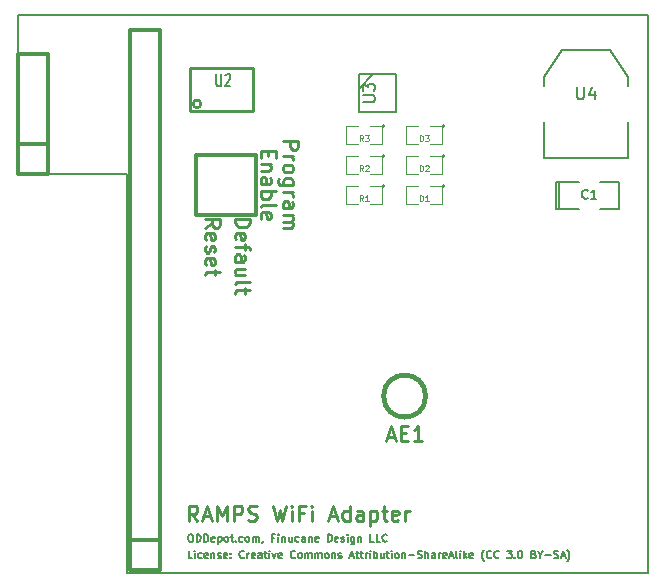
<source format=gto>
G04 (created by PCBNEW (2012-nov-02)-testing) date Mon 13 May 2013 11:36:40 AM CDT*
%MOIN*%
G04 Gerber Fmt 3.4, Leading zero omitted, Abs format*
%FSLAX34Y34*%
G01*
G70*
G90*
G04 APERTURE LIST*
%ADD10C,0.006*%
%ADD11C,0.01*%
%ADD12C,0.005*%
%ADD13C,0.00590551*%
%ADD14C,0.008*%
%ADD15C,0.0039*%
%ADD16C,0.012*%
%ADD17C,0.015*%
%ADD18C,0.0075*%
%ADD19C,0.0043*%
G04 APERTURE END LIST*
G54D10*
G54D11*
X83209Y-52869D02*
X83209Y-53035D01*
X82947Y-53107D02*
X82947Y-52869D01*
X83447Y-52869D01*
X83447Y-53107D01*
X83280Y-53321D02*
X82947Y-53321D01*
X83233Y-53321D02*
X83257Y-53345D01*
X83280Y-53392D01*
X83280Y-53464D01*
X83257Y-53511D01*
X83209Y-53535D01*
X82947Y-53535D01*
X82947Y-53988D02*
X83209Y-53988D01*
X83257Y-53964D01*
X83280Y-53916D01*
X83280Y-53821D01*
X83257Y-53773D01*
X82971Y-53988D02*
X82947Y-53940D01*
X82947Y-53821D01*
X82971Y-53773D01*
X83019Y-53750D01*
X83066Y-53750D01*
X83114Y-53773D01*
X83138Y-53821D01*
X83138Y-53940D01*
X83161Y-53988D01*
X82947Y-54226D02*
X83447Y-54226D01*
X83257Y-54226D02*
X83280Y-54273D01*
X83280Y-54369D01*
X83257Y-54416D01*
X83233Y-54440D01*
X83185Y-54464D01*
X83042Y-54464D01*
X82995Y-54440D01*
X82971Y-54416D01*
X82947Y-54369D01*
X82947Y-54273D01*
X82971Y-54226D01*
X82947Y-54750D02*
X82971Y-54702D01*
X83019Y-54678D01*
X83447Y-54678D01*
X82971Y-55130D02*
X82947Y-55083D01*
X82947Y-54988D01*
X82971Y-54940D01*
X83019Y-54916D01*
X83209Y-54916D01*
X83257Y-54940D01*
X83280Y-54988D01*
X83280Y-55083D01*
X83257Y-55130D01*
X83209Y-55154D01*
X83161Y-55154D01*
X83114Y-54916D01*
G54D12*
X80673Y-66451D02*
X80554Y-66451D01*
X80554Y-66201D01*
X80757Y-66451D02*
X80757Y-66284D01*
X80757Y-66201D02*
X80745Y-66213D01*
X80757Y-66225D01*
X80769Y-66213D01*
X80757Y-66201D01*
X80757Y-66225D01*
X80983Y-66439D02*
X80959Y-66451D01*
X80911Y-66451D01*
X80888Y-66439D01*
X80876Y-66427D01*
X80864Y-66403D01*
X80864Y-66332D01*
X80876Y-66308D01*
X80888Y-66296D01*
X80911Y-66284D01*
X80959Y-66284D01*
X80983Y-66296D01*
X81185Y-66439D02*
X81161Y-66451D01*
X81114Y-66451D01*
X81090Y-66439D01*
X81078Y-66415D01*
X81078Y-66320D01*
X81090Y-66296D01*
X81114Y-66284D01*
X81161Y-66284D01*
X81185Y-66296D01*
X81197Y-66320D01*
X81197Y-66344D01*
X81078Y-66367D01*
X81304Y-66284D02*
X81304Y-66451D01*
X81304Y-66308D02*
X81316Y-66296D01*
X81340Y-66284D01*
X81376Y-66284D01*
X81399Y-66296D01*
X81411Y-66320D01*
X81411Y-66451D01*
X81519Y-66439D02*
X81542Y-66451D01*
X81590Y-66451D01*
X81614Y-66439D01*
X81626Y-66415D01*
X81626Y-66403D01*
X81614Y-66379D01*
X81590Y-66367D01*
X81554Y-66367D01*
X81530Y-66355D01*
X81519Y-66332D01*
X81519Y-66320D01*
X81530Y-66296D01*
X81554Y-66284D01*
X81590Y-66284D01*
X81614Y-66296D01*
X81828Y-66439D02*
X81804Y-66451D01*
X81757Y-66451D01*
X81733Y-66439D01*
X81721Y-66415D01*
X81721Y-66320D01*
X81733Y-66296D01*
X81757Y-66284D01*
X81804Y-66284D01*
X81828Y-66296D01*
X81840Y-66320D01*
X81840Y-66344D01*
X81721Y-66367D01*
X81947Y-66427D02*
X81959Y-66439D01*
X81947Y-66451D01*
X81935Y-66439D01*
X81947Y-66427D01*
X81947Y-66451D01*
X81947Y-66296D02*
X81959Y-66308D01*
X81947Y-66320D01*
X81935Y-66308D01*
X81947Y-66296D01*
X81947Y-66320D01*
X82399Y-66427D02*
X82388Y-66439D01*
X82352Y-66451D01*
X82328Y-66451D01*
X82292Y-66439D01*
X82269Y-66415D01*
X82257Y-66391D01*
X82245Y-66344D01*
X82245Y-66308D01*
X82257Y-66260D01*
X82269Y-66236D01*
X82292Y-66213D01*
X82328Y-66201D01*
X82352Y-66201D01*
X82388Y-66213D01*
X82399Y-66225D01*
X82507Y-66451D02*
X82507Y-66284D01*
X82507Y-66332D02*
X82519Y-66308D01*
X82530Y-66296D01*
X82554Y-66284D01*
X82578Y-66284D01*
X82757Y-66439D02*
X82733Y-66451D01*
X82685Y-66451D01*
X82661Y-66439D01*
X82649Y-66415D01*
X82649Y-66320D01*
X82661Y-66296D01*
X82685Y-66284D01*
X82733Y-66284D01*
X82757Y-66296D01*
X82769Y-66320D01*
X82769Y-66344D01*
X82649Y-66367D01*
X82983Y-66451D02*
X82983Y-66320D01*
X82971Y-66296D01*
X82947Y-66284D01*
X82899Y-66284D01*
X82876Y-66296D01*
X82983Y-66439D02*
X82959Y-66451D01*
X82899Y-66451D01*
X82876Y-66439D01*
X82864Y-66415D01*
X82864Y-66391D01*
X82876Y-66367D01*
X82899Y-66355D01*
X82959Y-66355D01*
X82983Y-66344D01*
X83066Y-66284D02*
X83161Y-66284D01*
X83102Y-66201D02*
X83102Y-66415D01*
X83114Y-66439D01*
X83138Y-66451D01*
X83161Y-66451D01*
X83245Y-66451D02*
X83245Y-66284D01*
X83245Y-66201D02*
X83233Y-66213D01*
X83245Y-66225D01*
X83257Y-66213D01*
X83245Y-66201D01*
X83245Y-66225D01*
X83340Y-66284D02*
X83399Y-66451D01*
X83459Y-66284D01*
X83649Y-66439D02*
X83626Y-66451D01*
X83578Y-66451D01*
X83554Y-66439D01*
X83542Y-66415D01*
X83542Y-66320D01*
X83554Y-66296D01*
X83578Y-66284D01*
X83626Y-66284D01*
X83649Y-66296D01*
X83661Y-66320D01*
X83661Y-66344D01*
X83542Y-66367D01*
X84102Y-66427D02*
X84090Y-66439D01*
X84054Y-66451D01*
X84030Y-66451D01*
X83995Y-66439D01*
X83971Y-66415D01*
X83959Y-66391D01*
X83947Y-66344D01*
X83947Y-66308D01*
X83959Y-66260D01*
X83971Y-66236D01*
X83995Y-66213D01*
X84030Y-66201D01*
X84054Y-66201D01*
X84090Y-66213D01*
X84102Y-66225D01*
X84245Y-66451D02*
X84221Y-66439D01*
X84209Y-66427D01*
X84197Y-66403D01*
X84197Y-66332D01*
X84209Y-66308D01*
X84221Y-66296D01*
X84245Y-66284D01*
X84280Y-66284D01*
X84304Y-66296D01*
X84316Y-66308D01*
X84328Y-66332D01*
X84328Y-66403D01*
X84316Y-66427D01*
X84304Y-66439D01*
X84280Y-66451D01*
X84245Y-66451D01*
X84435Y-66451D02*
X84435Y-66284D01*
X84435Y-66308D02*
X84447Y-66296D01*
X84471Y-66284D01*
X84507Y-66284D01*
X84530Y-66296D01*
X84542Y-66320D01*
X84542Y-66451D01*
X84542Y-66320D02*
X84554Y-66296D01*
X84578Y-66284D01*
X84614Y-66284D01*
X84638Y-66296D01*
X84650Y-66320D01*
X84650Y-66451D01*
X84769Y-66451D02*
X84769Y-66284D01*
X84769Y-66308D02*
X84780Y-66296D01*
X84804Y-66284D01*
X84840Y-66284D01*
X84864Y-66296D01*
X84876Y-66320D01*
X84876Y-66451D01*
X84876Y-66320D02*
X84888Y-66296D01*
X84911Y-66284D01*
X84947Y-66284D01*
X84971Y-66296D01*
X84983Y-66320D01*
X84983Y-66451D01*
X85138Y-66451D02*
X85114Y-66439D01*
X85102Y-66427D01*
X85090Y-66403D01*
X85090Y-66332D01*
X85102Y-66308D01*
X85114Y-66296D01*
X85138Y-66284D01*
X85173Y-66284D01*
X85197Y-66296D01*
X85209Y-66308D01*
X85221Y-66332D01*
X85221Y-66403D01*
X85209Y-66427D01*
X85197Y-66439D01*
X85173Y-66451D01*
X85138Y-66451D01*
X85328Y-66284D02*
X85328Y-66451D01*
X85328Y-66308D02*
X85340Y-66296D01*
X85364Y-66284D01*
X85400Y-66284D01*
X85423Y-66296D01*
X85435Y-66320D01*
X85435Y-66451D01*
X85542Y-66439D02*
X85566Y-66451D01*
X85614Y-66451D01*
X85638Y-66439D01*
X85650Y-66415D01*
X85650Y-66403D01*
X85638Y-66379D01*
X85614Y-66367D01*
X85578Y-66367D01*
X85554Y-66355D01*
X85542Y-66332D01*
X85542Y-66320D01*
X85554Y-66296D01*
X85578Y-66284D01*
X85614Y-66284D01*
X85638Y-66296D01*
X85935Y-66379D02*
X86054Y-66379D01*
X85911Y-66451D02*
X85995Y-66201D01*
X86078Y-66451D01*
X86126Y-66284D02*
X86221Y-66284D01*
X86161Y-66201D02*
X86161Y-66415D01*
X86173Y-66439D01*
X86197Y-66451D01*
X86221Y-66451D01*
X86269Y-66284D02*
X86364Y-66284D01*
X86304Y-66201D02*
X86304Y-66415D01*
X86316Y-66439D01*
X86340Y-66451D01*
X86364Y-66451D01*
X86447Y-66451D02*
X86447Y-66284D01*
X86447Y-66332D02*
X86459Y-66308D01*
X86471Y-66296D01*
X86495Y-66284D01*
X86519Y-66284D01*
X86602Y-66451D02*
X86602Y-66284D01*
X86602Y-66201D02*
X86590Y-66213D01*
X86602Y-66225D01*
X86614Y-66213D01*
X86602Y-66201D01*
X86602Y-66225D01*
X86721Y-66451D02*
X86721Y-66201D01*
X86721Y-66296D02*
X86745Y-66284D01*
X86792Y-66284D01*
X86816Y-66296D01*
X86828Y-66308D01*
X86840Y-66332D01*
X86840Y-66403D01*
X86828Y-66427D01*
X86816Y-66439D01*
X86792Y-66451D01*
X86745Y-66451D01*
X86721Y-66439D01*
X87054Y-66284D02*
X87054Y-66451D01*
X86947Y-66284D02*
X86947Y-66415D01*
X86959Y-66439D01*
X86983Y-66451D01*
X87019Y-66451D01*
X87042Y-66439D01*
X87054Y-66427D01*
X87138Y-66284D02*
X87233Y-66284D01*
X87173Y-66201D02*
X87173Y-66415D01*
X87185Y-66439D01*
X87209Y-66451D01*
X87233Y-66451D01*
X87316Y-66451D02*
X87316Y-66284D01*
X87316Y-66201D02*
X87304Y-66213D01*
X87316Y-66225D01*
X87328Y-66213D01*
X87316Y-66201D01*
X87316Y-66225D01*
X87471Y-66451D02*
X87447Y-66439D01*
X87435Y-66427D01*
X87423Y-66403D01*
X87423Y-66332D01*
X87435Y-66308D01*
X87447Y-66296D01*
X87471Y-66284D01*
X87507Y-66284D01*
X87530Y-66296D01*
X87542Y-66308D01*
X87554Y-66332D01*
X87554Y-66403D01*
X87542Y-66427D01*
X87530Y-66439D01*
X87507Y-66451D01*
X87471Y-66451D01*
X87661Y-66284D02*
X87661Y-66451D01*
X87661Y-66308D02*
X87673Y-66296D01*
X87697Y-66284D01*
X87733Y-66284D01*
X87757Y-66296D01*
X87769Y-66320D01*
X87769Y-66451D01*
X87888Y-66355D02*
X88078Y-66355D01*
X88185Y-66439D02*
X88221Y-66451D01*
X88280Y-66451D01*
X88304Y-66439D01*
X88316Y-66427D01*
X88328Y-66403D01*
X88328Y-66379D01*
X88316Y-66355D01*
X88304Y-66344D01*
X88280Y-66332D01*
X88233Y-66320D01*
X88209Y-66308D01*
X88197Y-66296D01*
X88185Y-66272D01*
X88185Y-66248D01*
X88197Y-66225D01*
X88209Y-66213D01*
X88233Y-66201D01*
X88292Y-66201D01*
X88328Y-66213D01*
X88435Y-66451D02*
X88435Y-66201D01*
X88542Y-66451D02*
X88542Y-66320D01*
X88530Y-66296D01*
X88507Y-66284D01*
X88471Y-66284D01*
X88447Y-66296D01*
X88435Y-66308D01*
X88769Y-66451D02*
X88769Y-66320D01*
X88757Y-66296D01*
X88733Y-66284D01*
X88685Y-66284D01*
X88661Y-66296D01*
X88769Y-66439D02*
X88745Y-66451D01*
X88685Y-66451D01*
X88661Y-66439D01*
X88650Y-66415D01*
X88650Y-66391D01*
X88661Y-66367D01*
X88685Y-66355D01*
X88745Y-66355D01*
X88769Y-66344D01*
X88888Y-66451D02*
X88888Y-66284D01*
X88888Y-66332D02*
X88900Y-66308D01*
X88911Y-66296D01*
X88935Y-66284D01*
X88959Y-66284D01*
X89138Y-66439D02*
X89114Y-66451D01*
X89066Y-66451D01*
X89042Y-66439D01*
X89030Y-66415D01*
X89030Y-66320D01*
X89042Y-66296D01*
X89066Y-66284D01*
X89114Y-66284D01*
X89138Y-66296D01*
X89150Y-66320D01*
X89150Y-66344D01*
X89030Y-66367D01*
X89245Y-66379D02*
X89364Y-66379D01*
X89221Y-66451D02*
X89304Y-66201D01*
X89388Y-66451D01*
X89507Y-66451D02*
X89483Y-66439D01*
X89471Y-66415D01*
X89471Y-66201D01*
X89602Y-66451D02*
X89602Y-66284D01*
X89602Y-66201D02*
X89590Y-66213D01*
X89602Y-66225D01*
X89614Y-66213D01*
X89602Y-66201D01*
X89602Y-66225D01*
X89721Y-66451D02*
X89721Y-66201D01*
X89745Y-66355D02*
X89816Y-66451D01*
X89816Y-66284D02*
X89721Y-66379D01*
X90019Y-66439D02*
X89995Y-66451D01*
X89947Y-66451D01*
X89923Y-66439D01*
X89911Y-66415D01*
X89911Y-66320D01*
X89923Y-66296D01*
X89947Y-66284D01*
X89995Y-66284D01*
X90019Y-66296D01*
X90030Y-66320D01*
X90030Y-66344D01*
X89911Y-66367D01*
X90400Y-66546D02*
X90388Y-66534D01*
X90364Y-66498D01*
X90352Y-66475D01*
X90340Y-66439D01*
X90328Y-66379D01*
X90328Y-66332D01*
X90340Y-66272D01*
X90352Y-66236D01*
X90364Y-66213D01*
X90388Y-66177D01*
X90400Y-66165D01*
X90638Y-66427D02*
X90626Y-66439D01*
X90590Y-66451D01*
X90566Y-66451D01*
X90530Y-66439D01*
X90507Y-66415D01*
X90495Y-66391D01*
X90483Y-66344D01*
X90483Y-66308D01*
X90495Y-66260D01*
X90507Y-66236D01*
X90530Y-66213D01*
X90566Y-66201D01*
X90590Y-66201D01*
X90626Y-66213D01*
X90638Y-66225D01*
X90888Y-66427D02*
X90876Y-66439D01*
X90840Y-66451D01*
X90816Y-66451D01*
X90780Y-66439D01*
X90757Y-66415D01*
X90745Y-66391D01*
X90733Y-66344D01*
X90733Y-66308D01*
X90745Y-66260D01*
X90757Y-66236D01*
X90780Y-66213D01*
X90816Y-66201D01*
X90840Y-66201D01*
X90876Y-66213D01*
X90888Y-66225D01*
X91161Y-66201D02*
X91316Y-66201D01*
X91233Y-66296D01*
X91269Y-66296D01*
X91292Y-66308D01*
X91304Y-66320D01*
X91316Y-66344D01*
X91316Y-66403D01*
X91304Y-66427D01*
X91292Y-66439D01*
X91269Y-66451D01*
X91197Y-66451D01*
X91173Y-66439D01*
X91161Y-66427D01*
X91423Y-66427D02*
X91435Y-66439D01*
X91423Y-66451D01*
X91411Y-66439D01*
X91423Y-66427D01*
X91423Y-66451D01*
X91590Y-66201D02*
X91614Y-66201D01*
X91638Y-66213D01*
X91650Y-66225D01*
X91661Y-66248D01*
X91673Y-66296D01*
X91673Y-66355D01*
X91661Y-66403D01*
X91650Y-66427D01*
X91638Y-66439D01*
X91614Y-66451D01*
X91590Y-66451D01*
X91566Y-66439D01*
X91554Y-66427D01*
X91542Y-66403D01*
X91530Y-66355D01*
X91530Y-66296D01*
X91542Y-66248D01*
X91554Y-66225D01*
X91566Y-66213D01*
X91590Y-66201D01*
X92054Y-66320D02*
X92090Y-66332D01*
X92102Y-66344D01*
X92114Y-66367D01*
X92114Y-66403D01*
X92102Y-66427D01*
X92090Y-66439D01*
X92066Y-66451D01*
X91971Y-66451D01*
X91971Y-66201D01*
X92054Y-66201D01*
X92078Y-66213D01*
X92090Y-66225D01*
X92102Y-66248D01*
X92102Y-66272D01*
X92090Y-66296D01*
X92078Y-66308D01*
X92054Y-66320D01*
X91971Y-66320D01*
X92269Y-66332D02*
X92269Y-66451D01*
X92185Y-66201D02*
X92269Y-66332D01*
X92352Y-66201D01*
X92435Y-66355D02*
X92626Y-66355D01*
X92733Y-66439D02*
X92769Y-66451D01*
X92828Y-66451D01*
X92852Y-66439D01*
X92864Y-66427D01*
X92876Y-66403D01*
X92876Y-66379D01*
X92864Y-66355D01*
X92852Y-66344D01*
X92828Y-66332D01*
X92780Y-66320D01*
X92757Y-66308D01*
X92745Y-66296D01*
X92733Y-66272D01*
X92733Y-66248D01*
X92745Y-66225D01*
X92757Y-66213D01*
X92780Y-66201D01*
X92840Y-66201D01*
X92876Y-66213D01*
X92971Y-66379D02*
X93090Y-66379D01*
X92947Y-66451D02*
X93030Y-66201D01*
X93114Y-66451D01*
X93173Y-66546D02*
X93185Y-66534D01*
X93209Y-66498D01*
X93221Y-66475D01*
X93233Y-66439D01*
X93245Y-66379D01*
X93245Y-66332D01*
X93233Y-66272D01*
X93221Y-66236D01*
X93209Y-66213D01*
X93185Y-66177D01*
X93173Y-66165D01*
X80599Y-65651D02*
X80647Y-65651D01*
X80671Y-65663D01*
X80695Y-65686D01*
X80707Y-65734D01*
X80707Y-65817D01*
X80695Y-65865D01*
X80671Y-65889D01*
X80647Y-65901D01*
X80599Y-65901D01*
X80576Y-65889D01*
X80552Y-65865D01*
X80540Y-65817D01*
X80540Y-65734D01*
X80552Y-65686D01*
X80576Y-65663D01*
X80599Y-65651D01*
X80814Y-65901D02*
X80814Y-65651D01*
X80873Y-65651D01*
X80909Y-65663D01*
X80933Y-65686D01*
X80945Y-65710D01*
X80957Y-65758D01*
X80957Y-65794D01*
X80945Y-65841D01*
X80933Y-65865D01*
X80909Y-65889D01*
X80873Y-65901D01*
X80814Y-65901D01*
X81064Y-65901D02*
X81064Y-65651D01*
X81123Y-65651D01*
X81159Y-65663D01*
X81183Y-65686D01*
X81195Y-65710D01*
X81207Y-65758D01*
X81207Y-65794D01*
X81195Y-65841D01*
X81183Y-65865D01*
X81159Y-65889D01*
X81123Y-65901D01*
X81064Y-65901D01*
X81409Y-65889D02*
X81385Y-65901D01*
X81338Y-65901D01*
X81314Y-65889D01*
X81302Y-65865D01*
X81302Y-65770D01*
X81314Y-65746D01*
X81338Y-65734D01*
X81385Y-65734D01*
X81409Y-65746D01*
X81421Y-65770D01*
X81421Y-65794D01*
X81302Y-65817D01*
X81528Y-65734D02*
X81528Y-65984D01*
X81528Y-65746D02*
X81552Y-65734D01*
X81599Y-65734D01*
X81623Y-65746D01*
X81635Y-65758D01*
X81647Y-65782D01*
X81647Y-65853D01*
X81635Y-65877D01*
X81623Y-65889D01*
X81599Y-65901D01*
X81552Y-65901D01*
X81528Y-65889D01*
X81790Y-65901D02*
X81766Y-65889D01*
X81754Y-65877D01*
X81742Y-65853D01*
X81742Y-65782D01*
X81754Y-65758D01*
X81766Y-65746D01*
X81790Y-65734D01*
X81826Y-65734D01*
X81849Y-65746D01*
X81861Y-65758D01*
X81873Y-65782D01*
X81873Y-65853D01*
X81861Y-65877D01*
X81849Y-65889D01*
X81826Y-65901D01*
X81790Y-65901D01*
X81945Y-65734D02*
X82040Y-65734D01*
X81980Y-65651D02*
X81980Y-65865D01*
X81992Y-65889D01*
X82016Y-65901D01*
X82040Y-65901D01*
X82123Y-65877D02*
X82135Y-65889D01*
X82123Y-65901D01*
X82111Y-65889D01*
X82123Y-65877D01*
X82123Y-65901D01*
X82349Y-65889D02*
X82326Y-65901D01*
X82278Y-65901D01*
X82254Y-65889D01*
X82242Y-65877D01*
X82230Y-65853D01*
X82230Y-65782D01*
X82242Y-65758D01*
X82254Y-65746D01*
X82278Y-65734D01*
X82326Y-65734D01*
X82349Y-65746D01*
X82492Y-65901D02*
X82469Y-65889D01*
X82457Y-65877D01*
X82445Y-65853D01*
X82445Y-65782D01*
X82457Y-65758D01*
X82469Y-65746D01*
X82492Y-65734D01*
X82528Y-65734D01*
X82552Y-65746D01*
X82564Y-65758D01*
X82576Y-65782D01*
X82576Y-65853D01*
X82564Y-65877D01*
X82552Y-65889D01*
X82528Y-65901D01*
X82492Y-65901D01*
X82683Y-65901D02*
X82683Y-65734D01*
X82683Y-65758D02*
X82695Y-65746D01*
X82719Y-65734D01*
X82754Y-65734D01*
X82778Y-65746D01*
X82790Y-65770D01*
X82790Y-65901D01*
X82790Y-65770D02*
X82802Y-65746D01*
X82826Y-65734D01*
X82861Y-65734D01*
X82885Y-65746D01*
X82897Y-65770D01*
X82897Y-65901D01*
X83028Y-65889D02*
X83028Y-65901D01*
X83016Y-65925D01*
X83004Y-65936D01*
X83409Y-65770D02*
X83326Y-65770D01*
X83326Y-65901D02*
X83326Y-65651D01*
X83445Y-65651D01*
X83540Y-65901D02*
X83540Y-65734D01*
X83540Y-65651D02*
X83528Y-65663D01*
X83540Y-65675D01*
X83552Y-65663D01*
X83540Y-65651D01*
X83540Y-65675D01*
X83659Y-65734D02*
X83659Y-65901D01*
X83659Y-65758D02*
X83671Y-65746D01*
X83695Y-65734D01*
X83730Y-65734D01*
X83754Y-65746D01*
X83766Y-65770D01*
X83766Y-65901D01*
X83992Y-65734D02*
X83992Y-65901D01*
X83885Y-65734D02*
X83885Y-65865D01*
X83897Y-65889D01*
X83921Y-65901D01*
X83957Y-65901D01*
X83980Y-65889D01*
X83992Y-65877D01*
X84219Y-65889D02*
X84195Y-65901D01*
X84147Y-65901D01*
X84123Y-65889D01*
X84111Y-65877D01*
X84099Y-65853D01*
X84099Y-65782D01*
X84111Y-65758D01*
X84123Y-65746D01*
X84147Y-65734D01*
X84195Y-65734D01*
X84219Y-65746D01*
X84433Y-65901D02*
X84433Y-65770D01*
X84421Y-65746D01*
X84397Y-65734D01*
X84350Y-65734D01*
X84326Y-65746D01*
X84433Y-65889D02*
X84409Y-65901D01*
X84350Y-65901D01*
X84326Y-65889D01*
X84314Y-65865D01*
X84314Y-65841D01*
X84326Y-65817D01*
X84350Y-65805D01*
X84409Y-65805D01*
X84433Y-65794D01*
X84552Y-65734D02*
X84552Y-65901D01*
X84552Y-65758D02*
X84564Y-65746D01*
X84588Y-65734D01*
X84623Y-65734D01*
X84647Y-65746D01*
X84659Y-65770D01*
X84659Y-65901D01*
X84873Y-65889D02*
X84850Y-65901D01*
X84802Y-65901D01*
X84778Y-65889D01*
X84766Y-65865D01*
X84766Y-65770D01*
X84778Y-65746D01*
X84802Y-65734D01*
X84850Y-65734D01*
X84873Y-65746D01*
X84885Y-65770D01*
X84885Y-65794D01*
X84766Y-65817D01*
X85183Y-65901D02*
X85183Y-65651D01*
X85242Y-65651D01*
X85278Y-65663D01*
X85302Y-65686D01*
X85314Y-65710D01*
X85326Y-65758D01*
X85326Y-65794D01*
X85314Y-65841D01*
X85302Y-65865D01*
X85278Y-65889D01*
X85242Y-65901D01*
X85183Y-65901D01*
X85528Y-65889D02*
X85504Y-65901D01*
X85457Y-65901D01*
X85433Y-65889D01*
X85421Y-65865D01*
X85421Y-65770D01*
X85433Y-65746D01*
X85457Y-65734D01*
X85504Y-65734D01*
X85528Y-65746D01*
X85540Y-65770D01*
X85540Y-65794D01*
X85421Y-65817D01*
X85635Y-65889D02*
X85659Y-65901D01*
X85707Y-65901D01*
X85730Y-65889D01*
X85742Y-65865D01*
X85742Y-65853D01*
X85730Y-65829D01*
X85707Y-65817D01*
X85671Y-65817D01*
X85647Y-65805D01*
X85635Y-65782D01*
X85635Y-65770D01*
X85647Y-65746D01*
X85671Y-65734D01*
X85707Y-65734D01*
X85730Y-65746D01*
X85850Y-65901D02*
X85850Y-65734D01*
X85850Y-65651D02*
X85838Y-65663D01*
X85850Y-65675D01*
X85861Y-65663D01*
X85850Y-65651D01*
X85850Y-65675D01*
X86076Y-65734D02*
X86076Y-65936D01*
X86064Y-65960D01*
X86052Y-65972D01*
X86028Y-65984D01*
X85992Y-65984D01*
X85969Y-65972D01*
X86076Y-65889D02*
X86052Y-65901D01*
X86004Y-65901D01*
X85980Y-65889D01*
X85969Y-65877D01*
X85957Y-65853D01*
X85957Y-65782D01*
X85969Y-65758D01*
X85980Y-65746D01*
X86004Y-65734D01*
X86052Y-65734D01*
X86076Y-65746D01*
X86195Y-65734D02*
X86195Y-65901D01*
X86195Y-65758D02*
X86207Y-65746D01*
X86230Y-65734D01*
X86266Y-65734D01*
X86290Y-65746D01*
X86302Y-65770D01*
X86302Y-65901D01*
X86730Y-65901D02*
X86611Y-65901D01*
X86611Y-65651D01*
X86933Y-65901D02*
X86814Y-65901D01*
X86814Y-65651D01*
X87159Y-65877D02*
X87147Y-65889D01*
X87111Y-65901D01*
X87088Y-65901D01*
X87052Y-65889D01*
X87028Y-65865D01*
X87016Y-65841D01*
X87004Y-65794D01*
X87004Y-65758D01*
X87016Y-65710D01*
X87028Y-65686D01*
X87052Y-65663D01*
X87088Y-65651D01*
X87111Y-65651D01*
X87147Y-65663D01*
X87159Y-65675D01*
G54D11*
X80842Y-65202D02*
X80676Y-64964D01*
X80557Y-65202D02*
X80557Y-64702D01*
X80747Y-64702D01*
X80795Y-64726D01*
X80819Y-64750D01*
X80842Y-64797D01*
X80842Y-64869D01*
X80819Y-64916D01*
X80795Y-64940D01*
X80747Y-64964D01*
X80557Y-64964D01*
X81033Y-65059D02*
X81271Y-65059D01*
X80985Y-65202D02*
X81152Y-64702D01*
X81319Y-65202D01*
X81485Y-65202D02*
X81485Y-64702D01*
X81652Y-65059D01*
X81819Y-64702D01*
X81819Y-65202D01*
X82057Y-65202D02*
X82057Y-64702D01*
X82247Y-64702D01*
X82295Y-64726D01*
X82319Y-64750D01*
X82342Y-64797D01*
X82342Y-64869D01*
X82319Y-64916D01*
X82295Y-64940D01*
X82247Y-64964D01*
X82057Y-64964D01*
X82533Y-65178D02*
X82604Y-65202D01*
X82723Y-65202D01*
X82771Y-65178D01*
X82795Y-65154D01*
X82819Y-65107D01*
X82819Y-65059D01*
X82795Y-65011D01*
X82771Y-64988D01*
X82723Y-64964D01*
X82628Y-64940D01*
X82580Y-64916D01*
X82557Y-64892D01*
X82533Y-64845D01*
X82533Y-64797D01*
X82557Y-64750D01*
X82580Y-64726D01*
X82628Y-64702D01*
X82747Y-64702D01*
X82819Y-64726D01*
X83366Y-64702D02*
X83485Y-65202D01*
X83580Y-64845D01*
X83676Y-65202D01*
X83795Y-64702D01*
X83985Y-65202D02*
X83985Y-64869D01*
X83985Y-64702D02*
X83961Y-64726D01*
X83985Y-64750D01*
X84009Y-64726D01*
X83985Y-64702D01*
X83985Y-64750D01*
X84390Y-64940D02*
X84223Y-64940D01*
X84223Y-65202D02*
X84223Y-64702D01*
X84461Y-64702D01*
X84652Y-65202D02*
X84652Y-64869D01*
X84652Y-64702D02*
X84628Y-64726D01*
X84652Y-64750D01*
X84676Y-64726D01*
X84652Y-64702D01*
X84652Y-64750D01*
X85247Y-65059D02*
X85485Y-65059D01*
X85200Y-65202D02*
X85366Y-64702D01*
X85533Y-65202D01*
X85914Y-65202D02*
X85914Y-64702D01*
X85914Y-65178D02*
X85866Y-65202D01*
X85771Y-65202D01*
X85723Y-65178D01*
X85700Y-65154D01*
X85676Y-65107D01*
X85676Y-64964D01*
X85700Y-64916D01*
X85723Y-64892D01*
X85771Y-64869D01*
X85866Y-64869D01*
X85914Y-64892D01*
X86366Y-65202D02*
X86366Y-64940D01*
X86342Y-64892D01*
X86295Y-64869D01*
X86200Y-64869D01*
X86152Y-64892D01*
X86366Y-65178D02*
X86319Y-65202D01*
X86200Y-65202D01*
X86152Y-65178D01*
X86128Y-65130D01*
X86128Y-65083D01*
X86152Y-65035D01*
X86200Y-65011D01*
X86319Y-65011D01*
X86366Y-64988D01*
X86604Y-64869D02*
X86604Y-65369D01*
X86604Y-64892D02*
X86652Y-64869D01*
X86747Y-64869D01*
X86795Y-64892D01*
X86819Y-64916D01*
X86842Y-64964D01*
X86842Y-65107D01*
X86819Y-65154D01*
X86795Y-65178D01*
X86747Y-65202D01*
X86652Y-65202D01*
X86604Y-65178D01*
X86985Y-64869D02*
X87176Y-64869D01*
X87057Y-64702D02*
X87057Y-65130D01*
X87080Y-65178D01*
X87128Y-65202D01*
X87176Y-65202D01*
X87533Y-65178D02*
X87485Y-65202D01*
X87390Y-65202D01*
X87342Y-65178D01*
X87319Y-65130D01*
X87319Y-64940D01*
X87342Y-64892D01*
X87390Y-64869D01*
X87485Y-64869D01*
X87533Y-64892D01*
X87557Y-64940D01*
X87557Y-64988D01*
X87319Y-65035D01*
X87771Y-65202D02*
X87771Y-64869D01*
X87771Y-64964D02*
X87795Y-64916D01*
X87819Y-64892D01*
X87866Y-64869D01*
X87914Y-64869D01*
X83697Y-52547D02*
X84197Y-52547D01*
X84197Y-52738D01*
X84173Y-52785D01*
X84150Y-52809D01*
X84102Y-52833D01*
X84030Y-52833D01*
X83983Y-52809D01*
X83959Y-52785D01*
X83935Y-52738D01*
X83935Y-52547D01*
X83697Y-53047D02*
X84030Y-53047D01*
X83935Y-53047D02*
X83983Y-53071D01*
X84007Y-53095D01*
X84030Y-53142D01*
X84030Y-53190D01*
X83697Y-53428D02*
X83721Y-53380D01*
X83745Y-53357D01*
X83792Y-53333D01*
X83935Y-53333D01*
X83983Y-53357D01*
X84007Y-53380D01*
X84030Y-53428D01*
X84030Y-53500D01*
X84007Y-53547D01*
X83983Y-53571D01*
X83935Y-53595D01*
X83792Y-53595D01*
X83745Y-53571D01*
X83721Y-53547D01*
X83697Y-53500D01*
X83697Y-53428D01*
X84030Y-54023D02*
X83626Y-54023D01*
X83578Y-54000D01*
X83554Y-53976D01*
X83530Y-53928D01*
X83530Y-53857D01*
X83554Y-53809D01*
X83721Y-54023D02*
X83697Y-53976D01*
X83697Y-53880D01*
X83721Y-53833D01*
X83745Y-53809D01*
X83792Y-53785D01*
X83935Y-53785D01*
X83983Y-53809D01*
X84007Y-53833D01*
X84030Y-53880D01*
X84030Y-53976D01*
X84007Y-54023D01*
X83697Y-54261D02*
X84030Y-54261D01*
X83935Y-54261D02*
X83983Y-54285D01*
X84007Y-54309D01*
X84030Y-54357D01*
X84030Y-54404D01*
X83697Y-54785D02*
X83959Y-54785D01*
X84007Y-54761D01*
X84030Y-54714D01*
X84030Y-54619D01*
X84007Y-54571D01*
X83721Y-54785D02*
X83697Y-54738D01*
X83697Y-54619D01*
X83721Y-54571D01*
X83769Y-54547D01*
X83816Y-54547D01*
X83864Y-54571D01*
X83888Y-54619D01*
X83888Y-54738D01*
X83911Y-54785D01*
X83697Y-55023D02*
X84030Y-55023D01*
X83983Y-55023D02*
X84007Y-55047D01*
X84030Y-55095D01*
X84030Y-55166D01*
X84007Y-55214D01*
X83959Y-55238D01*
X83697Y-55238D01*
X83959Y-55238D02*
X84007Y-55261D01*
X84030Y-55309D01*
X84030Y-55380D01*
X84007Y-55428D01*
X83959Y-55452D01*
X83697Y-55452D01*
X82097Y-55135D02*
X82597Y-55135D01*
X82597Y-55254D01*
X82573Y-55326D01*
X82526Y-55373D01*
X82478Y-55397D01*
X82383Y-55421D01*
X82311Y-55421D01*
X82216Y-55397D01*
X82169Y-55373D01*
X82121Y-55326D01*
X82097Y-55254D01*
X82097Y-55135D01*
X82121Y-55826D02*
X82097Y-55778D01*
X82097Y-55683D01*
X82121Y-55635D01*
X82169Y-55611D01*
X82359Y-55611D01*
X82407Y-55635D01*
X82430Y-55683D01*
X82430Y-55778D01*
X82407Y-55826D01*
X82359Y-55850D01*
X82311Y-55850D01*
X82264Y-55611D01*
X82430Y-55992D02*
X82430Y-56183D01*
X82097Y-56064D02*
X82526Y-56064D01*
X82573Y-56088D01*
X82597Y-56135D01*
X82597Y-56183D01*
X82097Y-56564D02*
X82359Y-56564D01*
X82407Y-56540D01*
X82430Y-56492D01*
X82430Y-56397D01*
X82407Y-56350D01*
X82121Y-56564D02*
X82097Y-56516D01*
X82097Y-56397D01*
X82121Y-56350D01*
X82169Y-56326D01*
X82216Y-56326D01*
X82264Y-56350D01*
X82288Y-56397D01*
X82288Y-56516D01*
X82311Y-56564D01*
X82430Y-57016D02*
X82097Y-57016D01*
X82430Y-56802D02*
X82169Y-56802D01*
X82121Y-56826D01*
X82097Y-56873D01*
X82097Y-56945D01*
X82121Y-56992D01*
X82145Y-57016D01*
X82097Y-57326D02*
X82121Y-57278D01*
X82169Y-57254D01*
X82597Y-57254D01*
X82430Y-57445D02*
X82430Y-57635D01*
X82597Y-57516D02*
X82169Y-57516D01*
X82121Y-57540D01*
X82097Y-57588D01*
X82097Y-57635D01*
X81097Y-55430D02*
X81335Y-55264D01*
X81097Y-55145D02*
X81597Y-55145D01*
X81597Y-55335D01*
X81573Y-55383D01*
X81550Y-55407D01*
X81502Y-55430D01*
X81430Y-55430D01*
X81383Y-55407D01*
X81359Y-55383D01*
X81335Y-55335D01*
X81335Y-55145D01*
X81121Y-55835D02*
X81097Y-55788D01*
X81097Y-55692D01*
X81121Y-55645D01*
X81169Y-55621D01*
X81359Y-55621D01*
X81407Y-55645D01*
X81430Y-55692D01*
X81430Y-55788D01*
X81407Y-55835D01*
X81359Y-55859D01*
X81311Y-55859D01*
X81264Y-55621D01*
X81121Y-56050D02*
X81097Y-56097D01*
X81097Y-56192D01*
X81121Y-56240D01*
X81169Y-56264D01*
X81192Y-56264D01*
X81240Y-56240D01*
X81264Y-56192D01*
X81264Y-56121D01*
X81288Y-56073D01*
X81335Y-56050D01*
X81359Y-56050D01*
X81407Y-56073D01*
X81430Y-56121D01*
X81430Y-56192D01*
X81407Y-56240D01*
X81121Y-56669D02*
X81097Y-56621D01*
X81097Y-56526D01*
X81121Y-56478D01*
X81169Y-56454D01*
X81359Y-56454D01*
X81407Y-56478D01*
X81430Y-56526D01*
X81430Y-56621D01*
X81407Y-56669D01*
X81359Y-56692D01*
X81311Y-56692D01*
X81264Y-56454D01*
X81430Y-56835D02*
X81430Y-57026D01*
X81597Y-56907D02*
X81169Y-56907D01*
X81121Y-56930D01*
X81097Y-56978D01*
X81097Y-57026D01*
G54D13*
X95850Y-48350D02*
X95850Y-66950D01*
X74850Y-48350D02*
X74850Y-53650D01*
X95850Y-48350D02*
X74850Y-48350D01*
X78500Y-66950D02*
X95850Y-66950D01*
X78500Y-53650D02*
X78500Y-66950D01*
X74850Y-53650D02*
X78500Y-53650D01*
G54D11*
X80600Y-50100D02*
X82700Y-50100D01*
X82700Y-50100D02*
X82700Y-51550D01*
X82700Y-51550D02*
X80600Y-51550D01*
X80600Y-51550D02*
X80600Y-50100D01*
X80961Y-51306D02*
G75*
G03X80961Y-51306I-128J0D01*
G74*
G01*
G54D14*
X92400Y-51900D02*
X92400Y-53100D01*
X92400Y-53100D02*
X95200Y-53100D01*
X95200Y-53100D02*
X95200Y-51900D01*
X92400Y-50700D02*
X92400Y-50400D01*
X92400Y-50400D02*
X93000Y-49500D01*
X93000Y-49500D02*
X94600Y-49500D01*
X94600Y-49500D02*
X95200Y-50400D01*
X95200Y-50400D02*
X95200Y-50700D01*
G54D12*
X92900Y-53900D02*
X92800Y-53900D01*
X92800Y-53900D02*
X92800Y-54800D01*
X92800Y-54800D02*
X92900Y-54800D01*
X92900Y-53900D02*
X92900Y-54800D01*
X92900Y-54800D02*
X93550Y-54800D01*
X94250Y-53900D02*
X94900Y-53900D01*
X94900Y-53900D02*
X94900Y-54800D01*
X94900Y-54800D02*
X94250Y-54800D01*
X93550Y-53900D02*
X92900Y-53900D01*
G54D15*
X87100Y-54050D02*
G75*
G03X87100Y-54050I-50J0D01*
G74*
G01*
X86600Y-54050D02*
X87000Y-54050D01*
X87000Y-54050D02*
X87000Y-54650D01*
X87000Y-54650D02*
X86600Y-54650D01*
X86200Y-54650D02*
X85800Y-54650D01*
X85800Y-54650D02*
X85800Y-54050D01*
X85800Y-54050D02*
X86200Y-54050D01*
X87100Y-53050D02*
G75*
G03X87100Y-53050I-50J0D01*
G74*
G01*
X86600Y-53050D02*
X87000Y-53050D01*
X87000Y-53050D02*
X87000Y-53650D01*
X87000Y-53650D02*
X86600Y-53650D01*
X86200Y-53650D02*
X85800Y-53650D01*
X85800Y-53650D02*
X85800Y-53050D01*
X85800Y-53050D02*
X86200Y-53050D01*
X87100Y-52050D02*
G75*
G03X87100Y-52050I-50J0D01*
G74*
G01*
X86600Y-52050D02*
X87000Y-52050D01*
X87000Y-52050D02*
X87000Y-52650D01*
X87000Y-52650D02*
X86600Y-52650D01*
X86200Y-52650D02*
X85800Y-52650D01*
X85800Y-52650D02*
X85800Y-52050D01*
X85800Y-52050D02*
X86200Y-52050D01*
X89100Y-54050D02*
G75*
G03X89100Y-54050I-50J0D01*
G74*
G01*
X88600Y-54050D02*
X89000Y-54050D01*
X89000Y-54050D02*
X89000Y-54650D01*
X89000Y-54650D02*
X88600Y-54650D01*
X88200Y-54650D02*
X87800Y-54650D01*
X87800Y-54650D02*
X87800Y-54050D01*
X87800Y-54050D02*
X88200Y-54050D01*
X89100Y-53050D02*
G75*
G03X89100Y-53050I-50J0D01*
G74*
G01*
X88600Y-53050D02*
X89000Y-53050D01*
X89000Y-53050D02*
X89000Y-53650D01*
X89000Y-53650D02*
X88600Y-53650D01*
X88200Y-53650D02*
X87800Y-53650D01*
X87800Y-53650D02*
X87800Y-53050D01*
X87800Y-53050D02*
X88200Y-53050D01*
X89100Y-52050D02*
G75*
G03X89100Y-52050I-50J0D01*
G74*
G01*
X88600Y-52050D02*
X89000Y-52050D01*
X89000Y-52050D02*
X89000Y-52650D01*
X89000Y-52650D02*
X88600Y-52650D01*
X88200Y-52650D02*
X87800Y-52650D01*
X87800Y-52650D02*
X87800Y-52050D01*
X87800Y-52050D02*
X88200Y-52050D01*
G54D16*
X74850Y-53650D02*
X74850Y-53650D01*
X75850Y-53650D02*
X74850Y-53650D01*
X74850Y-53650D02*
X74850Y-53650D01*
X74850Y-53650D02*
X74850Y-49650D01*
X74850Y-49650D02*
X75850Y-49650D01*
X75850Y-49650D02*
X75850Y-53650D01*
X75850Y-52650D02*
X74850Y-52650D01*
X78600Y-66850D02*
X78600Y-48850D01*
X78600Y-48850D02*
X79600Y-48850D01*
X79600Y-48850D02*
X79600Y-66850D01*
X79600Y-66850D02*
X78600Y-66850D01*
X78600Y-65850D02*
X79600Y-65850D01*
X80800Y-53000D02*
X82800Y-53000D01*
X82800Y-53000D02*
X82800Y-55000D01*
X82800Y-55000D02*
X80800Y-55000D01*
X80800Y-55000D02*
X80800Y-53000D01*
G54D14*
X86225Y-50825D02*
X86700Y-50325D01*
X86225Y-50325D02*
X86225Y-51575D01*
X86225Y-51575D02*
X87475Y-51575D01*
X87475Y-51575D02*
X87475Y-50325D01*
X87475Y-50325D02*
X86225Y-50325D01*
G54D17*
X88450Y-61050D02*
G75*
G03X88450Y-61050I-700J0D01*
G74*
G01*
G54D18*
X81471Y-50316D02*
X81471Y-50640D01*
X81485Y-50678D01*
X81500Y-50697D01*
X81528Y-50716D01*
X81585Y-50716D01*
X81614Y-50697D01*
X81628Y-50678D01*
X81642Y-50640D01*
X81642Y-50316D01*
X81771Y-50355D02*
X81785Y-50335D01*
X81814Y-50316D01*
X81885Y-50316D01*
X81914Y-50335D01*
X81928Y-50355D01*
X81942Y-50393D01*
X81942Y-50431D01*
X81928Y-50488D01*
X81757Y-50716D01*
X81942Y-50716D01*
G54D14*
X93495Y-50761D02*
X93495Y-51085D01*
X93514Y-51123D01*
X93533Y-51142D01*
X93571Y-51161D01*
X93647Y-51161D01*
X93685Y-51142D01*
X93704Y-51123D01*
X93723Y-51085D01*
X93723Y-50761D01*
X94085Y-50895D02*
X94085Y-51161D01*
X93990Y-50742D02*
X93895Y-51028D01*
X94142Y-51028D01*
G54D12*
X93850Y-54442D02*
X93835Y-54457D01*
X93792Y-54471D01*
X93764Y-54471D01*
X93721Y-54457D01*
X93692Y-54428D01*
X93678Y-54400D01*
X93664Y-54342D01*
X93664Y-54300D01*
X93678Y-54242D01*
X93692Y-54214D01*
X93721Y-54185D01*
X93764Y-54171D01*
X93792Y-54171D01*
X93835Y-54185D01*
X93850Y-54200D01*
X94135Y-54471D02*
X93964Y-54471D01*
X94050Y-54471D02*
X94050Y-54171D01*
X94021Y-54214D01*
X93992Y-54242D01*
X93964Y-54257D01*
G54D19*
X86367Y-54554D02*
X86301Y-54460D01*
X86254Y-54554D02*
X86254Y-54357D01*
X86329Y-54357D01*
X86348Y-54367D01*
X86357Y-54376D01*
X86367Y-54395D01*
X86367Y-54423D01*
X86357Y-54442D01*
X86348Y-54451D01*
X86329Y-54460D01*
X86254Y-54460D01*
X86554Y-54554D02*
X86442Y-54554D01*
X86498Y-54554D02*
X86498Y-54357D01*
X86479Y-54385D01*
X86460Y-54404D01*
X86442Y-54414D01*
X86367Y-53554D02*
X86301Y-53460D01*
X86254Y-53554D02*
X86254Y-53357D01*
X86329Y-53357D01*
X86348Y-53367D01*
X86357Y-53376D01*
X86367Y-53395D01*
X86367Y-53423D01*
X86357Y-53442D01*
X86348Y-53451D01*
X86329Y-53460D01*
X86254Y-53460D01*
X86442Y-53376D02*
X86451Y-53367D01*
X86470Y-53357D01*
X86517Y-53357D01*
X86536Y-53367D01*
X86545Y-53376D01*
X86554Y-53395D01*
X86554Y-53414D01*
X86545Y-53442D01*
X86432Y-53554D01*
X86554Y-53554D01*
X86367Y-52554D02*
X86301Y-52460D01*
X86254Y-52554D02*
X86254Y-52357D01*
X86329Y-52357D01*
X86348Y-52367D01*
X86357Y-52376D01*
X86367Y-52395D01*
X86367Y-52423D01*
X86357Y-52442D01*
X86348Y-52451D01*
X86329Y-52460D01*
X86254Y-52460D01*
X86432Y-52357D02*
X86554Y-52357D01*
X86489Y-52432D01*
X86517Y-52432D01*
X86536Y-52442D01*
X86545Y-52451D01*
X86554Y-52470D01*
X86554Y-52517D01*
X86545Y-52535D01*
X86536Y-52545D01*
X86517Y-52554D01*
X86460Y-52554D01*
X86442Y-52545D01*
X86432Y-52535D01*
X88254Y-54554D02*
X88254Y-54357D01*
X88301Y-54357D01*
X88329Y-54367D01*
X88348Y-54385D01*
X88357Y-54404D01*
X88367Y-54442D01*
X88367Y-54470D01*
X88357Y-54507D01*
X88348Y-54526D01*
X88329Y-54545D01*
X88301Y-54554D01*
X88254Y-54554D01*
X88554Y-54554D02*
X88442Y-54554D01*
X88498Y-54554D02*
X88498Y-54357D01*
X88479Y-54385D01*
X88460Y-54404D01*
X88442Y-54414D01*
X88254Y-53554D02*
X88254Y-53357D01*
X88301Y-53357D01*
X88329Y-53367D01*
X88348Y-53385D01*
X88357Y-53404D01*
X88367Y-53442D01*
X88367Y-53470D01*
X88357Y-53507D01*
X88348Y-53526D01*
X88329Y-53545D01*
X88301Y-53554D01*
X88254Y-53554D01*
X88442Y-53376D02*
X88451Y-53367D01*
X88470Y-53357D01*
X88517Y-53357D01*
X88536Y-53367D01*
X88545Y-53376D01*
X88554Y-53395D01*
X88554Y-53414D01*
X88545Y-53442D01*
X88432Y-53554D01*
X88554Y-53554D01*
X88254Y-52554D02*
X88254Y-52357D01*
X88301Y-52357D01*
X88329Y-52367D01*
X88348Y-52385D01*
X88357Y-52404D01*
X88367Y-52442D01*
X88367Y-52470D01*
X88357Y-52507D01*
X88348Y-52526D01*
X88329Y-52545D01*
X88301Y-52554D01*
X88254Y-52554D01*
X88432Y-52357D02*
X88554Y-52357D01*
X88489Y-52432D01*
X88517Y-52432D01*
X88536Y-52442D01*
X88545Y-52451D01*
X88554Y-52470D01*
X88554Y-52517D01*
X88545Y-52535D01*
X88536Y-52545D01*
X88517Y-52554D01*
X88460Y-52554D01*
X88442Y-52545D01*
X88432Y-52535D01*
G54D10*
X86365Y-51250D02*
X86684Y-51250D01*
X86721Y-51231D01*
X86740Y-51212D01*
X86759Y-51175D01*
X86759Y-51100D01*
X86740Y-51062D01*
X86721Y-51043D01*
X86684Y-51025D01*
X86365Y-51025D01*
X86365Y-50874D02*
X86365Y-50631D01*
X86515Y-50762D01*
X86515Y-50706D01*
X86534Y-50668D01*
X86553Y-50649D01*
X86590Y-50631D01*
X86684Y-50631D01*
X86721Y-50649D01*
X86740Y-50668D01*
X86759Y-50706D01*
X86759Y-50818D01*
X86740Y-50856D01*
X86721Y-50874D01*
G54D11*
X87166Y-62409D02*
X87404Y-62409D01*
X87119Y-62552D02*
X87285Y-62052D01*
X87452Y-62552D01*
X87619Y-62290D02*
X87785Y-62290D01*
X87857Y-62552D02*
X87619Y-62552D01*
X87619Y-62052D01*
X87857Y-62052D01*
X88333Y-62552D02*
X88047Y-62552D01*
X88190Y-62552D02*
X88190Y-62052D01*
X88142Y-62123D01*
X88095Y-62171D01*
X88047Y-62195D01*
M02*

</source>
